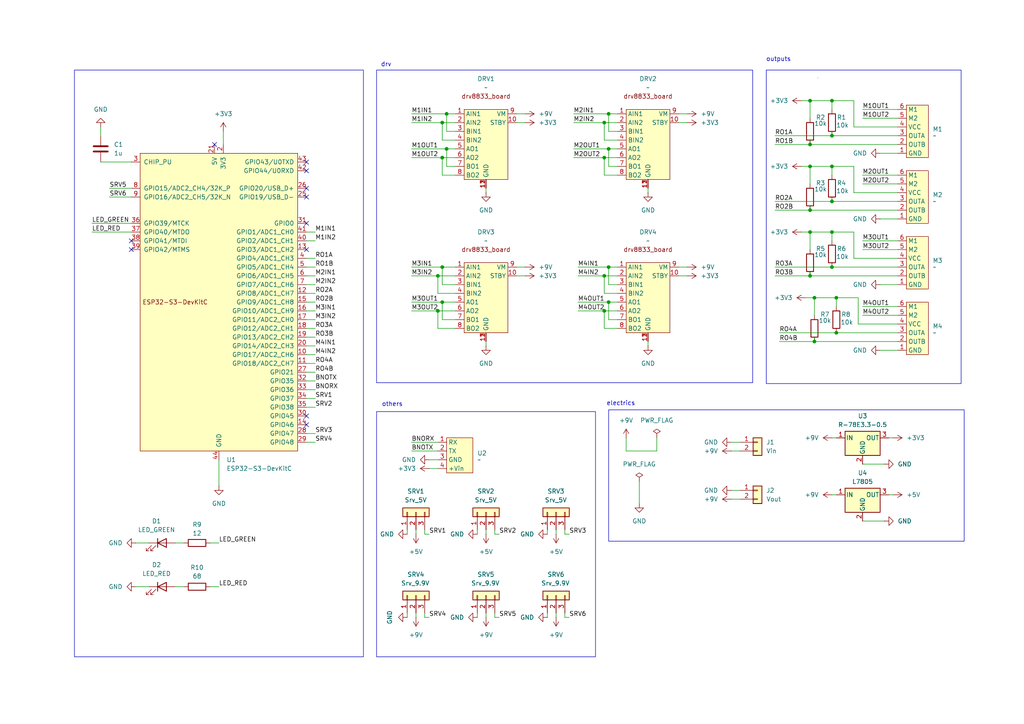
<source format=kicad_sch>
(kicad_sch (version 20231120) (generator "eeschema") (generator_version "8.0")
  (paper "A4")
  (lib_symbols
    (symbol "Connector_Generic:Conn_01x02" (pin_names (offset 1.016) hide)
      (property "Reference" "J" (at 0 2.54 0))
      (property "Value" "Conn_01x02" (at 0 -5.08 0))
      (symbol "Conn_01x02_1_1"
        (rectangle (start -1.27 -2.413) (end 0 -2.667) (stroke (width 0.1524)))
        (rectangle (start -1.27 0.127) (end 0 -0.127) (stroke (width 0.1524)))
        (rectangle (start -1.27 1.27) (end 1.27 -3.81) (stroke (width 0.254)) (fill (type background)))
        (pin passive line (at -5.08 0 0) (length 3.81) (name "Pin_1") (number "1"))
        (pin passive line (at -5.08 -2.54 0) (length 3.81) (name "Pin_2") (number "2"))
      )
    )
    (symbol "Connector_Generic:Conn_01x03" (pin_names (offset 1.016) hide)
      (property "Reference" "J" (at 0 5.08 0))
      (property "Value" "Conn_01x03" (at 0 -5.08 0))
      (symbol "Conn_01x03_1_1"
        (rectangle (start -1.27 -2.413) (end 0 -2.667) (stroke (width 0.1524)))
        (rectangle (start -1.27 0.127) (end 0 -0.127) (stroke (width 0.1524)))
        (rectangle (start -1.27 2.667) (end 0 2.413) (stroke (width 0.1524)))
        (rectangle (start -1.27 3.81) (end 1.27 -3.81) (stroke (width 0.254)) (fill (type background)))
        (pin passive line (at -5.08 2.54 0) (length 3.81) (name "Pin_1") (number "1"))
        (pin passive line (at -5.08 0 0) (length 3.81) (name "Pin_2") (number "2"))
        (pin passive line (at -5.08 -2.54 0) (length 3.81) (name "Pin_3") (number "3"))
      )
    )
    (symbol "DRV8833_1"
      (property "Reference" "DRV" (at 0 11.43 0))
      (symbol "DRV8833_1_0_0"
        (pin passive line (at -8.89 8.89 0) (length 2.54) (name "AIN1") (number "1"))
        (pin passive line (at -8.89 6.35 0) (length 2.54) (name "AIN2") (number "2"))
        (pin passive line (at -8.89 3.81 0) (length 2.54) (name "BIN1") (number "3"))
        (pin passive line (at -8.89 1.27 0) (length 2.54) (name "BIN2") (number "4"))
        (pin passive line (at -8.89 -1.27 0) (length 2.54) (name "AO1") (number "5"))
        (pin passive line (at -8.89 -3.81 0) (length 2.54) (name "AO2") (number "6"))
        (pin passive line (at -8.89 -6.35 0) (length 2.54) (name "BO1") (number "7"))
        (pin passive line (at -8.89 -8.89 0) (length 2.54) (name "BO2") (number "8"))
      )
      (symbol "DRV8833_1_1_0"
        (pin passive line (at 8.89 6.35 180) (length 2.54) (name "STBY") (number "10"))
        (pin passive line (at 0 -12.7 90) (length 2.54) (name "GND") (number "11"))
        (pin passive line (at 8.89 8.89 180) (length 2.54) (name "VM") (number "9"))
      )
      (symbol "DRV8833_1_1_1"
        (rectangle (start -6.35 10.16) (end 6.35 -10.16) (fill (type background)))
        (text "drv8833_board" (at 0 13.97 0) (effects (font (size 1.27 1.27))))
        (pin passive line (at 0 -12.7 90) (length 2.54) (name "") (number "12"))
        (pin passive line (at 0 -12.7 90) (length 2.54) (name "") (number "13"))
      )
    )
    (symbol "Device:C" (pin_numbers hide) (pin_names (offset 0.254))
      (property "Reference" "C" (at 0.635 2.54 0))
      (property "Value" "C" (at 0.635 -2.54 0))
      (symbol "C_0_1"
        (polyline (pts (xy -2.032 -0.762) (xy 2.032 -0.762)) (stroke (width 0.508)))
        (polyline (pts (xy -2.032 0.762) (xy 2.032 0.762)) (stroke (width 0.508)))
      )
      (symbol "C_1_1"
        (pin passive line (at 0 3.81 270) (length 2.794) (name "~") (number "1"))
        (pin passive line (at 0 -3.81 90) (length 2.794) (name "~") (number "2"))
      )
    )
    (symbol "Device:LED" (pin_numbers hide) (pin_names (offset 1.016) hide)
      (property "Reference" "D" (at 0 2.54 0))
      (property "Value" "LED" (at 0 -2.54 0))
      (symbol "LED_0_1"
        (polyline (pts (xy -1.27 -1.27) (xy -1.27 1.27)) (stroke (width 0.254)))
        (polyline (pts (xy -1.27 0) (xy 1.27 0)))
        (polyline (pts (xy 1.27 -1.27) (xy 1.27 1.27) (xy -1.27 0) (xy 1.27 -1.27)) (stroke (width 0.254)))
        (polyline (pts (xy -3.048 -0.762) (xy -4.572 -2.286) (xy -3.81 -2.286) (xy -4.572 -2.286) (xy -4.572 -1.524)))
        (polyline (pts (xy -1.778 -0.762) (xy -3.302 -2.286) (xy -2.54 -2.286) (xy -3.302 -2.286) (xy -3.302 -1.524)))
      )
      (symbol "LED_1_1"
        (pin passive line (at -3.81 0 0) (length 2.54) (name "K") (number "1"))
        (pin passive line (at 3.81 0 180) (length 2.54) (name "A") (number "2"))
      )
    )
    (symbol "Device:R" (pin_numbers hide) (pin_names (offset 0))
      (property "Reference" "R" (at 2.032 0 90))
      (property "Value" "R" (at 0 0 90))
      (symbol "R_0_1"
        (rectangle (start -1.016 -2.54) (end 1.016 2.54) (stroke (width 0.254)))
      )
      (symbol "R_1_1"
        (pin passive line (at 0 3.81 270) (length 1.27) (name "~") (number "1"))
        (pin passive line (at 0 -3.81 90) (length 1.27) (name "~") (number "2"))
      )
    )
    (symbol "PCM_Espressif:ESP32-S3-DevKitC" (pin_names (offset 1.016))
      (property "Reference" "U" (at -22.86 48.26 0))
      (property "Value" "ESP32-S3-DevKitC" (at -22.86 45.72 0))
      (symbol "ESP32-S3-DevKitC_0_0"
        (text "ESP32-S3-DevKitC" (at -12.7 0 0) (effects (font (size 1.27 1.27))))
        (pin bidirectional line (at 25.4 -35.56 180) (length 2.54) (name "GPIO46") (number "14"))
        (pin bidirectional line (at 25.4 -10.16 180) (length 2.54) (name "GPIO13/ADC2_CH2") (number "19"))
        (pin bidirectional line (at -25.4 15.24 0) (length 2.54) (name "GPIO42/MTMS") (number "39"))
        (pin bidirectional line (at 25.4 17.78 180) (length 2.54) (name "GPIO2/ADC1_CH1") (number "40"))
        (pin bidirectional line (at 25.4 20.32 180) (length 2.54) (name "GPIO1/ADC1_CH0") (number "41"))
        (pin bidirectional line (at 25.4 38.1 180) (length 2.54) (name "GPIO44/U0RXD") (number "42"))
        (pin bidirectional line (at 25.4 40.64 180) (length 2.54) (name "GPIO43/U0TXD") (number "43"))
        (pin power_in line (at 0 -45.72 90) (length 2.54) (name "GND") (number "44"))
      )
      (symbol "ESP32-S3-DevKitC_0_1"
        (rectangle (start -22.86 43.18) (end 22.86 -43.18) (fill (type background)))
        (pin power_in line (at 1.27 45.72 270) (length 2.54) (name "3V3") (number "2"))
      )
      (symbol "ESP32-S3-DevKitC_1_1"
        (pin passive line (at 1.27 45.72 270) (length 2.54) hide (name "3V3") (number "1"))
        (pin bidirectional line (at 25.4 -15.24 180) (length 2.54) (name "GPIO17/ADC2_CH6") (number "10"))
        (pin bidirectional line (at 25.4 -17.78 180) (length 2.54) (name "GPIO18/ADC2_CH7") (number "11"))
        (pin bidirectional line (at 25.4 2.54 180) (length 2.54) (name "GPIO8/ADC1_CH7") (number "12"))
        (pin bidirectional line (at 25.4 15.24 180) (length 2.54) (name "GPIO3/ADC1_CH2") (number "13"))
        (pin bidirectional line (at 25.4 0 180) (length 2.54) (name "GPIO9/ADC1_CH8") (number "15"))
        (pin bidirectional line (at 25.4 -2.54 180) (length 2.54) (name "GPIO10/ADC1_CH9") (number "16"))
        (pin bidirectional line (at 25.4 -5.08 180) (length 2.54) (name "GPIO11/ADC2_CH0") (number "17"))
        (pin bidirectional line (at 25.4 -7.62 180) (length 2.54) (name "GPIO12/ADC2_CH1") (number "18"))
        (pin bidirectional line (at 25.4 -12.7 180) (length 2.54) (name "GPIO14/ADC2_CH3") (number "20"))
        (pin power_in line (at -1.27 45.72 270) (length 2.54) (name "5V") (number "21"))
        (pin passive line (at 0 -45.72 90) (length 2.54) hide (name "GND") (number "22"))
        (pin passive line (at 0 -45.72 90) (length 2.54) hide (name "GND") (number "23"))
        (pin passive line (at 0 -45.72 90) (length 2.54) hide (name "GND") (number "24"))
        (pin bidirectional line (at 25.4 30.48 180) (length 2.54) (name "GPIO19/USB_D-") (number "25"))
        (pin bidirectional line (at 25.4 33.02 180) (length 2.54) (name "GPIO20/USB_D+") (number "26"))
        (pin bidirectional line (at 25.4 -20.32 180) (length 2.54) (name "GPIO21") (number "27"))
        (pin bidirectional line (at 25.4 -38.1 180) (length 2.54) (name "GPIO47") (number "28"))
        (pin bidirectional line (at 25.4 -40.64 180) (length 2.54) (name "GPIO48") (number "29"))
        (pin input line (at -25.4 40.64 0) (length 2.54) (name "CHIP_PU") (number "3"))
        (pin bidirectional line (at 25.4 -33.02 180) (length 2.54) (name "GPIO45") (number "30"))
        (pin bidirectional line (at 25.4 22.86 180) (length 2.54) (name "GPIO0") (number "31"))
        (pin bidirectional line (at 25.4 -22.86 180) (length 2.54) (name "GPIO35") (number "32"))
        (pin bidirectional line (at 25.4 -25.4 180) (length 2.54) (name "GPIO36") (number "33"))
        (pin bidirectional line (at 25.4 -27.94 180) (length 2.54) (name "GPIO37") (number "34"))
        (pin bidirectional line (at 25.4 -30.48 180) (length 2.54) (name "GPIO38") (number "35"))
        (pin bidirectional line (at -25.4 22.86 0) (length 2.54) (name "GPIO39/MTCK") (number "36"))
        (pin bidirectional line (at -25.4 20.32 0) (length 2.54) (name "GPIO40/MTDO") (number "37"))
        (pin bidirectional line (at -25.4 17.78 0) (length 2.54) (name "GPIO41/MTDI") (number "38"))
        (pin bidirectional line (at 25.4 12.7 180) (length 2.54) (name "GPIO4/ADC1_CH3") (number "4"))
        (pin bidirectional line (at 25.4 10.16 180) (length 2.54) (name "GPIO5/ADC1_CH4") (number "5"))
        (pin bidirectional line (at 25.4 7.62 180) (length 2.54) (name "GPIO6/ADC1_CH5") (number "6"))
        (pin bidirectional line (at 25.4 5.08 180) (length 2.54) (name "GPIO7/ADC1_CH6") (number "7"))
        (pin bidirectional line (at -25.4 33.02 0) (length 2.54) (name "GPIO15/ADC2_CH4/32K_P") (number "8"))
        (pin bidirectional line (at -25.4 30.48 0) (length 2.54) (name "GPIO16/ADC2_CH5/32K_N") (number "9"))
      )
    )
    (symbol "Regulator_Linear:L7805" (pin_names (offset 0.254))
      (property "Reference" "U" (at -3.81 3.175 0))
      (property "Value" "L7805" (at 0 3.175 0))
      (symbol "L7805_0_1"
        (rectangle (start -5.08 1.905) (end 5.08 -5.08) (stroke (width 0.254)) (fill (type background)))
      )
      (symbol "L7805_1_1"
        (pin power_in line (at -7.62 0 0) (length 2.54) (name "IN") (number "1"))
        (pin power_in line (at 0 -7.62 90) (length 2.54) (name "GND") (number "2"))
        (pin power_out line (at 7.62 0 180) (length 2.54) (name "OUT") (number "3"))
      )
    )
    (symbol "Regulator_Switching:R-78E3.3-0.5" (pin_names (offset 0.254))
      (property "Reference" "U" (at -3.81 3.175 0))
      (property "Value" "R-78E3.3-0.5" (at 0 3.175 0))
      (symbol "R-78E3.3-0.5_0_1"
        (rectangle (start -5.08 1.905) (end 5.08 -5.08) (stroke (width 0.254)) (fill (type background)))
      )
      (symbol "R-78E3.3-0.5_1_1"
        (pin power_in line (at -7.62 0 0) (length 2.54) (name "IN") (number "1"))
        (pin power_in line (at 0 -7.62 90) (length 2.54) (name "GND") (number "2"))
        (pin power_out line (at 7.62 0 180) (length 2.54) (name "OUT") (number "3"))
      )
    )
    (symbol "my_library:DRV8833"
      (property "Reference" "DRV" (at 0 11.43 0))
      (symbol "DRV8833_0_0"
        (pin passive line (at -8.89 8.89 0) (length 2.54) (name "AIN1") (number "1"))
        (pin passive line (at -8.89 6.35 0) (length 2.54) (name "AIN2") (number "2"))
        (pin passive line (at -8.89 3.81 0) (length 2.54) (name "BIN1") (number "3"))
        (pin passive line (at -8.89 1.27 0) (length 2.54) (name "BIN2") (number "4"))
        (pin passive line (at -8.89 -1.27 0) (length 2.54) (name "AO1") (number "5"))
        (pin passive line (at -8.89 -3.81 0) (length 2.54) (name "AO2") (number "6"))
        (pin passive line (at -8.89 -6.35 0) (length 2.54) (name "BO1") (number "7"))
        (pin passive line (at -8.89 -8.89 0) (length 2.54) (name "BO2") (number "8"))
      )
      (symbol "DRV8833_1_0"
        (pin passive line (at 8.89 6.35 180) (length 2.54) (name "STBY") (number "10"))
        (pin passive line (at 0 -12.7 90) (length 2.54) (name "GND") (number "11"))
        (pin passive line (at 8.89 8.89 180) (length 2.54) (name "VM") (number "9"))
      )
      (symbol "DRV8833_1_1"
        (rectangle (start -6.35 10.16) (end 6.35 -10.16) (fill (type background)))
        (text "drv8833_board" (at 0 13.97 0) (effects (font (size 1.27 1.27))))
        (pin passive line (at 0 -12.7 90) (length 2.54) (name "") (number "12"))
        (pin passive line (at 0 -12.7 90) (length 2.54) (name "") (number "13"))
      )
    )
    (symbol "my_library:bno055_board"
      (property "Reference" "BNO055" (at -0.254 6.604 0))
      (symbol "bno055_board_1_1"
        (rectangle (start -3.81 5.08) (end 3.81 -5.08) (fill (type background)))
        (pin passive line (at -6.35 3.81 0) (length 2.54) (name "RX") (number "1"))
        (pin passive line (at -6.35 1.27 0) (length 2.54) (name "TX") (number "2"))
        (pin passive line (at -6.35 -1.27 0) (length 2.54) (name "GND") (number "3"))
        (pin passive line (at -6.35 -3.81 0) (length 2.54) (name "+Vin") (number "4"))
      )
    )
    (symbol "my_library:eh_conn"
      (property "Reference" "J" (at -0.254 9.906 0))
      (symbol "eh_conn_1_0"
        (pin passive line (at -5.08 -6.35 0) (length 2.54) (name "GND") (number "1"))
        (pin passive line (at -5.08 -3.81 0) (length 2.54) (name "OUTB") (number "2"))
        (pin passive line (at -5.08 -1.27 0) (length 2.54) (name "OUTA") (number "3"))
        (pin passive line (at -5.08 1.27 0) (length 2.54) (name "VCC") (number "4"))
        (pin passive line (at -5.08 3.81 0) (length 2.54) (name "M2") (number "5"))
        (pin passive line (at -5.08 6.35 0) (length 2.54) (name "M1") (number "6"))
      )
      (symbol "eh_conn_1_1"
        (rectangle (start -2.54 7.62) (end 3.81 -7.62) (fill (type background)))
      )
    )
    (symbol "power:+3V3" (power) (pin_numbers hide) (pin_names (offset 0) hide)
      (property "Value" "+3V3" (at 0 3.556 0))
      (symbol "+3V3_0_1"
        (polyline (pts (xy -0.762 1.27) (xy 0 2.54)))
        (polyline (pts (xy 0 0) (xy 0 2.54)))
        (polyline (pts (xy 0 2.54) (xy 0.762 1.27)))
      )
      (symbol "+3V3_1_1"
        (pin power_in line (at 0 0 90) (length 0) (name "~") (number "1"))
      )
    )
    (symbol "power:+5V" (power) (pin_numbers hide) (pin_names (offset 0) hide)
      (property "Value" "+5V" (at 0 3.556 0))
      (symbol "+5V_0_1"
        (polyline (pts (xy -0.762 1.27) (xy 0 2.54)))
        (polyline (pts (xy 0 0) (xy 0 2.54)))
        (polyline (pts (xy 0 2.54) (xy 0.762 1.27)))
      )
      (symbol "+5V_1_1"
        (pin power_in line (at 0 0 90) (length 0) (name "~") (number "1"))
      )
    )
    (symbol "power:+9V" (power) (pin_numbers hide) (pin_names (offset 0) hide)
      (property "Value" "+9V" (at 0 3.556 0))
      (symbol "+9V_0_1"
        (polyline (pts (xy -0.762 1.27) (xy 0 2.54)))
        (polyline (pts (xy 0 0) (xy 0 2.54)))
        (polyline (pts (xy 0 2.54) (xy 0.762 1.27)))
      )
      (symbol "+9V_1_1"
        (pin power_in line (at 0 0 90) (length 0) (name "~") (number "1"))
      )
    )
    (symbol "power:GND" (power) (pin_numbers hide) (pin_names (offset 0) hide)
      (property "Value" "GND" (at 0 -3.81 0))
      (symbol "GND_0_1"
        (polyline (pts (xy 0 0) (xy 0 -1.27) (xy 1.27 -1.27) (xy 0 -2.54) (xy -1.27 -1.27) (xy 0 -1.27)))
      )
      (symbol "GND_1_1"
        (pin power_in line (at 0 0 270) (length 0) (name "~") (number "1"))
      )
    )
    (symbol "power:PWR_FLAG" (power) (pin_numbers hide) (pin_names (offset 0) hide)
      (property "Value" "PWR_FLAG" (at 0 3.81 0))
      (symbol "PWR_FLAG_0_0"
        (pin power_out line (at 0 0 90) (length 0) (name "~") (number "1"))
      )
      (symbol "PWR_FLAG_0_1"
        (polyline (pts (xy 0 0) (xy 0 1.27) (xy -1.016 1.905) (xy 0 2.54) (xy 1.016 1.905) (xy 0 1.27)))
      )
    )
  )
  (junction (at 129.54 33.02))
  (junction (at 128.27 45.72))
  (junction (at 236.22 86.36))
  (junction (at 234.95 67.31))
  (junction (at 241.3 39.37))
  (junction (at 128.27 87.63))
  (junction (at 241.3 77.47))
  (junction (at 234.95 29.21))
  (junction (at 129.54 43.18))
  (junction (at 127 90.17))
  (junction (at 176.53 33.02))
  (junction (at 234.95 48.26))
  (junction (at 175.26 90.17))
  (junction (at 242.57 96.52))
  (junction (at 241.3 29.21))
  (junction (at 127 80.01))
  (junction (at 176.53 87.63))
  (junction (at 242.57 86.36))
  (junction (at 236.22 99.06))
  (junction (at 241.3 48.26))
  (junction (at 176.53 77.47))
  (junction (at 176.53 43.18))
  (junction (at 128.27 77.47))
  (junction (at 234.95 80.01))
  (junction (at 241.3 58.42))
  (junction (at 241.3 67.31))
  (junction (at 175.26 45.72))
  (junction (at 234.95 60.96))
  (junction (at 175.26 35.56))
  (junction (at 175.26 80.01))
  (junction (at 128.27 35.56))
  (junction (at 234.95 41.91))
  (no_connect (at 88.9 123.19))
  (no_connect (at 38.1 72.39))
  (no_connect (at 88.9 46.99))
  (no_connect (at 88.9 57.15))
  (no_connect (at 88.9 54.61))
  (no_connect (at 38.1 69.85))
  (no_connect (at 88.9 49.53))
  (no_connect (at 88.9 64.77))
  (no_connect (at 88.9 120.65))
  (no_connect (at 88.9 72.39))
  (no_connect (at 62.23 41.91))
  (wire (pts (xy 88.9 100.33) (xy 91.44 100.33)))
  (wire (pts (xy 149.86 35.56) (xy 152.4 35.56)))
  (wire (pts (xy 255.27 101.6) (xy 260.35 101.6)))
  (wire (pts (xy 118.11 153.67) (xy 118.11 154.94)))
  (wire (pts (xy 181.61 130.81) (xy 190.5 130.81)))
  (wire (pts (xy 179.07 77.47) (xy 176.53 77.47)))
  (wire (pts (xy 143.51 177.8) (xy 143.51 179.07)))
  (wire (pts (xy 175.26 90.17) (xy 175.26 95.25)))
  (wire (pts (xy 232.41 29.21) (xy 234.95 29.21)))
  (wire (pts (xy 60.96 157.48) (xy 63.5 157.48)))
  (wire (pts (xy 119.38 87.63) (xy 128.27 87.63)))
  (wire (pts (xy 250.19 134.62) (xy 256.54 134.62)))
  (wire (pts (xy 60.96 170.18) (xy 63.5 170.18)))
  (wire (pts (xy 149.86 77.47) (xy 152.4 77.47)))
  (wire (pts (xy 88.9 77.47) (xy 91.44 77.47)))
  (wire (pts (xy 255.27 44.45) (xy 260.35 44.45)))
  (wire (pts (xy 88.9 69.85) (xy 91.44 69.85)))
  (wire (pts (xy 167.64 80.01) (xy 175.26 80.01)))
  (wire (pts (xy 250.19 151.13) (xy 256.54 151.13)))
  (wire (pts (xy 31.75 54.61) (xy 38.1 54.61)))
  (wire (pts (xy 250.19 34.29) (xy 260.35 34.29)))
  (wire (pts (xy 128.27 77.47) (xy 128.27 82.55)))
  (wire (pts (xy 241.3 48.26) (xy 241.3 50.8)))
  (wire (pts (xy 39.37 170.18) (xy 43.18 170.18)))
  (wire (pts (xy 176.53 38.1) (xy 179.07 38.1)))
  (wire (pts (xy 64.77 38.1) (xy 64.77 41.91)))
  (wire (pts (xy 140.97 99.06) (xy 140.97 100.33)))
  (wire (pts (xy 88.9 118.11) (xy 91.44 118.11)))
  (wire (pts (xy 88.9 74.93) (xy 91.44 74.93)))
  (wire (pts (xy 234.95 60.96) (xy 260.35 60.96)))
  (wire (pts (xy 129.54 33.02) (xy 129.54 38.1)))
  (wire (pts (xy 129.54 43.18) (xy 129.54 48.26)))
  (wire (pts (xy 128.27 82.55) (xy 132.08 82.55)))
  (wire (pts (xy 128.27 35.56) (xy 128.27 40.64)))
  (wire (pts (xy 128.27 77.47) (xy 132.08 77.47)))
  (wire (pts (xy 132.08 43.18) (xy 129.54 43.18)))
  (wire (pts (xy 247.65 36.83) (xy 247.65 29.21)))
  (wire (pts (xy 232.41 67.31) (xy 234.95 67.31)))
  (wire (pts (xy 179.07 80.01) (xy 175.26 80.01)))
  (wire (pts (xy 190.5 130.81) (xy 190.5 127)))
  (wire (pts (xy 123.19 179.07) (xy 124.46 179.07)))
  (wire (pts (xy 26.67 64.77) (xy 38.1 64.77)))
  (wire (pts (xy 241.3 143.51) (xy 242.57 143.51)))
  (wire (pts (xy 234.95 78.74) (xy 234.95 80.01)))
  (wire (pts (xy 163.83 177.8) (xy 163.83 179.07)))
  (wire (pts (xy 250.19 88.9) (xy 260.35 88.9)))
  (wire (pts (xy 29.21 36.83) (xy 29.21 39.37)))
  (wire (pts (xy 119.38 35.56) (xy 128.27 35.56)))
  (wire (pts (xy 234.95 48.26) (xy 241.3 48.26)))
  (wire (pts (xy 234.95 67.31) (xy 241.3 67.31)))
  (wire (pts (xy 196.85 80.01) (xy 199.39 80.01)))
  (wire (pts (xy 88.9 128.27) (xy 91.44 128.27)))
  (wire (pts (xy 196.85 77.47) (xy 199.39 77.47)))
  (wire (pts (xy 119.38 33.02) (xy 129.54 33.02)))
  (wire (pts (xy 224.79 58.42) (xy 241.3 58.42)))
  (wire (pts (xy 241.3 39.37) (xy 260.35 39.37)))
  (wire (pts (xy 176.53 87.63) (xy 176.53 92.71)))
  (wire (pts (xy 242.57 86.36) (xy 242.57 88.9)))
  (wire (pts (xy 247.65 55.88) (xy 260.35 55.88)))
  (wire (pts (xy 166.37 35.56) (xy 175.26 35.56)))
  (wire (pts (xy 163.83 153.67) (xy 163.83 154.94)))
  (wire (pts (xy 250.19 72.39) (xy 260.35 72.39)))
  (wire (pts (xy 88.9 113.03) (xy 91.44 113.03)))
  (wire (pts (xy 50.8 170.18) (xy 53.34 170.18)))
  (wire (pts (xy 128.27 40.64) (xy 132.08 40.64)))
  (wire (pts (xy 179.07 87.63) (xy 176.53 87.63)))
  (wire (pts (xy 132.08 35.56) (xy 128.27 35.56)))
  (wire (pts (xy 140.97 54.61) (xy 140.97 55.88)))
  (wire (pts (xy 127 85.09) (xy 132.08 85.09)))
  (wire (pts (xy 234.95 29.21) (xy 234.95 34.29)))
  (wire (pts (xy 242.57 96.52) (xy 260.35 96.52)))
  (wire (pts (xy 175.26 35.56) (xy 175.26 40.64)))
  (wire (pts (xy 149.86 80.01) (xy 152.4 80.01)))
  (wire (pts (xy 128.27 50.8) (xy 132.08 50.8)))
  (wire (pts (xy 196.85 33.02) (xy 199.39 33.02)))
  (wire (pts (xy 175.26 50.8) (xy 179.07 50.8)))
  (wire (pts (xy 140.97 153.67) (xy 140.97 154.94)))
  (wire (pts (xy 128.27 45.72) (xy 128.27 50.8)))
  (wire (pts (xy 176.53 33.02) (xy 176.53 38.1)))
  (wire (pts (xy 247.65 74.93) (xy 247.65 67.31)))
  (wire (pts (xy 88.9 125.73) (xy 91.44 125.73)))
  (wire (pts (xy 212.09 130.81) (xy 214.63 130.81)))
  (wire (pts (xy 88.9 110.49) (xy 91.44 110.49)))
  (wire (pts (xy 181.61 127) (xy 181.61 130.81)))
  (wire (pts (xy 241.3 67.31) (xy 241.3 69.85)))
  (wire (pts (xy 176.53 43.18) (xy 176.53 48.26)))
  (wire (pts (xy 224.79 39.37) (xy 241.3 39.37)))
  (wire (pts (xy 88.9 115.57) (xy 91.44 115.57)))
  (wire (pts (xy 212.09 144.78) (xy 214.63 144.78)))
  (wire (pts (xy 63.5 133.35) (xy 63.5 140.97)))
  (wire (pts (xy 226.06 96.52) (xy 242.57 96.52)))
  (wire (pts (xy 132.08 87.63) (xy 128.27 87.63)))
  (wire (pts (xy 132.08 33.02) (xy 129.54 33.02)))
  (wire (pts (xy 128.27 92.71) (xy 132.08 92.71)))
  (wire (pts (xy 123.19 154.94) (xy 124.46 154.94)))
  (wire (pts (xy 234.95 80.01) (xy 260.35 80.01)))
  (wire (pts (xy 163.83 154.94) (xy 165.1 154.94)))
  (wire (pts (xy 257.81 127) (xy 259.08 127)))
  (wire (pts (xy 175.26 85.09) (xy 179.07 85.09)))
  (wire (pts (xy 224.79 60.96) (xy 234.95 60.96)))
  (wire (pts (xy 175.26 35.56) (xy 179.07 35.56)))
  (wire (pts (xy 163.83 179.07) (xy 165.1 179.07)))
  (wire (pts (xy 241.3 29.21) (xy 247.65 29.21)))
  (wire (pts (xy 236.22 97.79) (xy 236.22 99.06)))
  (wire (pts (xy 88.9 95.25) (xy 91.44 95.25)))
  (wire (pts (xy 88.9 90.17) (xy 91.44 90.17)))
  (wire (pts (xy 88.9 80.01) (xy 91.44 80.01)))
  (wire (pts (xy 166.37 33.02) (xy 176.53 33.02)))
  (wire (pts (xy 158.75 177.8) (xy 158.75 179.07)))
  (wire (pts (xy 176.53 92.71) (xy 179.07 92.71)))
  (wire (pts (xy 224.79 77.47) (xy 241.3 77.47)))
  (wire (pts (xy 119.38 128.27) (xy 127 128.27)))
  (wire (pts (xy 88.9 97.79) (xy 91.44 97.79)))
  (wire (pts (xy 158.75 153.67) (xy 158.75 154.94)))
  (wire (pts (xy 248.92 93.98) (xy 248.92 86.36)))
  (wire (pts (xy 140.97 177.8) (xy 140.97 179.07)))
  (wire (pts (xy 241.3 29.21) (xy 241.3 31.75)))
  (wire (pts (xy 212.09 142.24) (xy 214.63 142.24)))
  (wire (pts (xy 234.95 67.31) (xy 234.95 72.39)))
  (wire (pts (xy 234.95 40.64) (xy 234.95 41.91)))
  (wire (pts (xy 167.64 77.47) (xy 176.53 77.47)))
  (wire (pts (xy 129.54 48.26) (xy 132.08 48.26)))
  (wire (pts (xy 234.95 29.21) (xy 241.3 29.21)))
  (wire (pts (xy 88.9 67.31) (xy 91.44 67.31)))
  (wire (pts (xy 132.08 45.72) (xy 128.27 45.72)))
  (wire (pts (xy 241.3 77.47) (xy 260.35 77.47)))
  (wire (pts (xy 236.22 99.06) (xy 260.35 99.06)))
  (wire (pts (xy 39.37 157.48) (xy 43.18 157.48)))
  (wire (pts (xy 212.09 128.27) (xy 214.63 128.27)))
  (wire (pts (xy 241.3 67.31) (xy 247.65 67.31)))
  (wire (pts (xy 167.64 90.17) (xy 175.26 90.17)))
  (wire (pts (xy 179.07 43.18) (xy 176.53 43.18)))
  (wire (pts (xy 88.9 82.55) (xy 91.44 82.55)))
  (wire (pts (xy 250.19 69.85) (xy 260.35 69.85)))
  (wire (pts (xy 255.27 82.55) (xy 260.35 82.55)))
  (wire (pts (xy 250.19 91.44) (xy 260.35 91.44)))
  (wire (pts (xy 255.27 63.5) (xy 260.35 63.5)))
  (wire (pts (xy 132.08 80.01) (xy 127 80.01)))
  (wire (pts (xy 179.07 45.72) (xy 175.26 45.72)))
  (wire (pts (xy 88.9 105.41) (xy 91.44 105.41)))
  (wire (pts (xy 88.9 87.63) (xy 91.44 87.63)))
  (wire (pts (xy 119.38 43.18) (xy 129.54 43.18)))
  (wire (pts (xy 132.08 90.17) (xy 127 90.17)))
  (wire (pts (xy 241.3 127) (xy 242.57 127)))
  (wire (pts (xy 138.43 153.67) (xy 138.43 154.94)))
  (wire (pts (xy 123.19 177.8) (xy 123.19 179.07)))
  (wire (pts (xy 127 95.25) (xy 132.08 95.25)))
  (wire (pts (xy 118.11 177.8) (xy 118.11 179.07)))
  (wire (pts (xy 119.38 77.47) (xy 128.27 77.47)))
  (wire (pts (xy 250.19 50.8) (xy 260.35 50.8)))
  (wire (pts (xy 187.96 54.61) (xy 187.96 55.88)))
  (wire (pts (xy 175.26 80.01) (xy 175.26 85.09)))
  (wire (pts (xy 176.53 48.26) (xy 179.07 48.26)))
  (wire (pts (xy 88.9 92.71) (xy 91.44 92.71)))
  (wire (pts (xy 143.51 154.94) (xy 144.78 154.94)))
  (wire (pts (xy 119.38 90.17) (xy 127 90.17)))
  (wire (pts (xy 161.29 177.8) (xy 161.29 179.07)))
  (wire (pts (xy 248.92 93.98) (xy 260.35 93.98)))
  (wire (pts (xy 128.27 87.63) (xy 128.27 92.71)))
  (wire (pts (xy 88.9 102.87) (xy 91.44 102.87)))
  (wire (pts (xy 161.29 153.67) (xy 161.29 154.94)))
  (wire (pts (xy 242.57 86.36) (xy 248.92 86.36)))
  (wire (pts (xy 129.54 38.1) (xy 132.08 38.1)))
  (wire (pts (xy 88.9 85.09) (xy 91.44 85.09)))
  (wire (pts (xy 224.79 80.01) (xy 234.95 80.01)))
  (wire (pts (xy 167.64 87.63) (xy 176.53 87.63)))
  (wire (pts (xy 187.96 99.06) (xy 187.96 100.33)))
  (wire (pts (xy 224.79 41.91) (xy 234.95 41.91)))
  (wire (pts (xy 26.67 67.31) (xy 38.1 67.31)))
  (wire (pts (xy 138.43 177.8) (xy 138.43 179.07)))
  (wire (pts (xy 250.19 53.34) (xy 260.35 53.34)))
  (wire (pts (xy 123.19 153.67) (xy 123.19 154.94)))
  (wire (pts (xy 226.06 99.06) (xy 236.22 99.06)))
  (wire (pts (xy 236.22 86.36) (xy 236.22 91.44)))
  (wire (pts (xy 247.65 74.93) (xy 260.35 74.93)))
  (wire (pts (xy 127 90.17) (xy 127 95.25)))
  (wire (pts (xy 257.81 143.51) (xy 259.08 143.51)))
  (wire (pts (xy 232.41 48.26) (xy 234.95 48.26)))
  (wire (pts (xy 233.68 86.36) (xy 236.22 86.36)))
  (wire (pts (xy 120.65 153.67) (xy 120.65 154.94)))
  (wire (pts (xy 149.86 33.02) (xy 152.4 33.02)))
  (wire (pts (xy 88.9 107.95) (xy 91.44 107.95)))
  (wire (pts (xy 250.19 31.75) (xy 260.35 31.75)))
  (wire (pts (xy 31.75 57.15) (xy 38.1 57.15)))
  (wire (pts (xy 50.8 157.48) (xy 53.34 157.48)))
  (wire (pts (xy 124.46 135.89) (xy 127 135.89)))
  (wire (pts (xy 119.38 130.81) (xy 127 130.81)))
  (wire (pts (xy 143.51 179.07) (xy 144.78 179.07)))
  (wire (pts (xy 119.38 80.01) (xy 127 80.01)))
  (wire (pts (xy 247.65 55.88) (xy 247.65 48.26)))
  (wire (pts (xy 185.42 139.7) (xy 185.42 146.05)))
  (wire (pts (xy 143.51 153.67) (xy 143.51 154.94)))
  (wire (pts (xy 241.3 58.42) (xy 260.35 58.42)))
  (wire (pts (xy 120.65 177.8) (xy 120.65 179.07)))
  (wire (pts (xy 119.38 45.72) (xy 128.27 45.72)))
  (wire (pts (xy 234.95 48.26) (xy 234.95 53.34)))
  (wire (pts (xy 175.26 95.25) (xy 179.07 95.25)))
  (wire (pts (xy 127 80.01) (xy 127 85.09)))
  (wire (pts (xy 196.85 35.56) (xy 199.39 35.56)))
  (wire (pts (xy 179.07 90.17) (xy 175.26 90.17)))
  (wire (pts (xy 236.22 86.36) (xy 242.57 86.36)))
  (wire (pts (xy 176.53 77.47) (xy 176.53 82.55)))
  (wire (pts (xy 29.21 46.99) (xy 38.1 46.99)))
  (wire (pts (xy 241.3 48.26) (xy 247.65 48.26)))
  (wire (pts (xy 175.26 45.72) (xy 175.26 50.8)))
  (wire (pts (xy 247.65 36.83) (xy 260.35 36.83)))
  (wire (pts (xy 166.37 43.18) (xy 176.53 43.18)))
  (wire (pts (xy 175.26 40.64) (xy 179.07 40.64)))
  (wire (pts (xy 234.95 59.69) (xy 234.95 60.96)))
  (wire (pts (xy 176.53 33.02) (xy 179.07 33.02)))
  (wire (pts (xy 124.46 133.35) (xy 127 133.35)))
  (wire (pts (xy 166.37 45.72) (xy 175.26 45.72)))
  (wire (pts (xy 234.95 41.91) (xy 260.35 41.91)))
  (wire (pts (xy 176.53 82.55) (xy 179.07 82.55)))
  (rectangle (start 176.53 118.872) (end 279.654 156.972))
  (rectangle (start 21.59 20.32) (end 105.41 190.5))
  (rectangle (start 109.22 119.38) (end 172.72 190.5))
  (rectangle (start 237.236 22.606) (end 237.236 22.606))
  (rectangle (start 222.25 20.32) (end 278.765 111.252))
  (rectangle (start 109.22 20.32) (end 218.313 110.998))
  (text "outputs" (at 225.806 17.272 0) (effects (font (size 1.27 1.27))))
  (text "drv" (exclude_from_sim yes) (at 112.014 18.796 0) (effects (font (size 1.27 1.27))))
  (text "others" (at 113.792 117.348 0) (effects (font (size 1.27 1.27))))
  (text "electrics" (at 180.086 117.094 0) (effects (font (size 1.27 1.27))))
  (label "RO3B" (at 91.44 97.79 0))
  (label "M1OUT2" (at 250.19 34.29 0))
  (label "M3IN2" (at 91.44 92.71 0))
  (label "M1IN1" (at 119.38 33.02 0))
  (label "M1IN1" (at 91.44 67.31 0))
  (label "SRV3" (at 91.44 125.73 0))
  (label "M4IN2" (at 91.44 102.87 0))
  (label "SRV2" (at 144.78 154.94 0))
  (label "M3IN2" (at 119.38 80.01 0))
  (label "SRV1" (at 91.44 115.57 0))
  (label "SRV2" (at 91.44 118.11 0))
  (label "SRV3" (at 165.1 154.94 0))
  (label "RO2B" (at 224.79 60.96 0))
  (label "RO1B" (at 224.79 41.91 0))
  (label "M3IN1" (at 91.44 90.17 0))
  (label "M2OUT1" (at 250.19 50.8 0))
  (label "M2IN2" (at 91.44 82.55 0))
  (label "LED_RED" (at 26.67 67.31 0))
  (label "M2OUT1" (at 166.37 43.18 0))
  (label "M4OUT1" (at 250.19 88.9 0))
  (label "SRV6" (at 165.1 179.07 0))
  (label "M4IN2" (at 167.64 80.01 0))
  (label "M3OUT2" (at 119.38 90.17 0))
  (label "M1OUT1" (at 250.19 31.75 0))
  (label "RO1A" (at 224.79 39.37 0))
  (label "BNOTX" (at 119.38 130.81 0))
  (label "M4OUT2" (at 167.64 90.17 0))
  (label "M1IN2" (at 91.44 69.85 0))
  (label "RO4A" (at 91.44 105.41 0))
  (label "M4OUT2" (at 250.19 91.44 0))
  (label "M4IN1" (at 91.44 100.33 0))
  (label "M2OUT2" (at 250.19 53.34 0))
  (label "SRV4" (at 91.44 128.27 0))
  (label "RO4A" (at 226.06 96.52 0))
  (label "M4IN1" (at 167.64 77.47 0))
  (label "RO3A" (at 91.44 95.25 0))
  (label "RO3A" (at 224.79 77.47 0))
  (label "M3OUT1" (at 119.38 87.63 0))
  (label "LED_GREEN" (at 26.67 64.77 0))
  (label "SRV5" (at 31.75 54.61 0))
  (label "M2IN1" (at 91.44 80.01 0))
  (label "M1OUT1" (at 119.38 43.18 0))
  (label "M1IN2" (at 119.38 35.56 0))
  (label "M3OUT2" (at 250.19 72.39 0))
  (label "RO3B" (at 224.79 80.01 0))
  (label "BNORX" (at 91.44 113.03 0))
  (label "RO2A" (at 91.44 85.09 0))
  (label "M2OUT2" (at 166.37 45.72 0))
  (label "SRV6" (at 31.75 57.15 0))
  (label "RO2A" (at 224.79 58.42 0))
  (label "M3IN1" (at 119.38 77.47 0))
  (label "LED_GREEN" (at 63.5 157.48 0))
  (label "SRV4" (at 124.46 179.07 0))
  (label "SRV5" (at 144.78 179.07 0))
  (label "RO2B" (at 91.44 87.63 0))
  (label "RO1B" (at 91.44 77.47 0))
  (label "LED_RED" (at 63.5 170.18 0))
  (label "M4OUT1" (at 167.64 87.63 0))
  (label "BNOTX" (at 91.44 110.49 0))
  (label "M2IN1" (at 166.37 33.02 0))
  (label "SRV1" (at 124.46 154.94 0))
  (label "M1OUT2" (at 119.38 45.72 0))
  (label "BNORX" (at 119.38 128.27 0))
  (label "RO1A" (at 91.44 74.93 0))
  (label "RO4B" (at 91.44 107.95 0))
  (label "M2IN2" (at 166.37 35.56 0))
  (label "M3OUT1" (at 250.19 69.85 0))
  (label "RO4B" (at 226.06 99.06 0))
  (symbol (lib_id "power:GND") (at 138.43 154.94 270) (unit 1)
    (property "Reference" "#PWR036" (effects (hide yes)))
    (property "Value" "GND" (at 134.62 154.9399 90) (effects (justify right)))
    (property "Description" "Power symbol creates a global label with name \"GND\" , ground" (effects (hide yes)))
  )
  (symbol (lib_id "power:+3V3") (at 233.68 86.36 90) (unit 1)
    (property "Reference" "#PWR032" (effects (hide yes)))
    (property "Value" "+3V3" (at 229.87 86.3599 90) (effects (justify left)))
    (property "Description" "Power symbol creates a global label with name \"+3V3\"" (effects (hide yes)))
  )
  (symbol (lib_id "Device:R") (at 242.57 92.71 180) (unit 1)
    (property "Reference" "R8" (at 245.364 91.186 0))
    (property "Value" "10k" (at 245.618 93.472 0))
    (property "Footprint" "Resistor_THT:R_Axial_DIN0204_L3.6mm_D1.6mm_P5.08mm_Horizontal" (effects (hide yes)))
    (property "Description" "Resistor" (effects (hide yes)))
  )
  (symbol (lib_id "my_library:eh_conn") (at 265.43 76.2 0) (unit 1)
    (property "Reference" "M3" (at 270.51 75.5649 0) (effects (justify left)))
    (property "Value" "~" (at 270.51 77.47 0) (effects (justify left)))
    (property "Footprint" "Connector_JST:JST_EH_B6B-EH-A_1x06_P2.50mm_Vertical" (effects (hide yes)))
  )
  (symbol (lib_id "power:GND") (at 256.54 134.62 90) (unit 1)
    (property "Reference" "#PWR04" (effects (hide yes)))
    (property "Value" "GND" (at 260.35 134.6199 90) (effects (justify right)))
    (property "Description" "Power symbol creates a global label with name \"GND\" , ground" (effects (hide yes)))
  )
  (symbol (lib_id "power:+9V") (at 181.61 127 0) (unit 1)
    (property "Reference" "#PWR02" (effects (hide yes)))
    (property "Value" "+9V" (at 181.61 121.92 0))
    (property "Description" "Power symbol creates a global label with name \"+9V\"" (effects (hide yes)))
  )
  (symbol (lib_id "power:+5V") (at 161.29 154.94 180) (unit 1)
    (property "Reference" "#PWR046" (effects (hide yes)))
    (property "Value" "+5V" (at 161.29 160.02 0))
    (property "Description" "Power symbol creates a global label with name \"+5V\"" (effects (hide yes)))
  )
  (symbol (lib_id "power:GND") (at 140.97 100.33 0) (unit 1)
    (property "Reference" "#PWR023" (effects (hide yes)))
    (property "Value" "GND" (at 140.97 105.41 0))
    (property "Description" "Power symbol creates a global label with name \"GND\" , ground" (effects (hide yes)))
  )
  (symbol (lib_id "Connector_Generic:Conn_01x03") (at 120.65 148.59 90) (unit 1)
    (property "Reference" "SRV1" (at 118.11 142.494 90) (effects (justify right)))
    (property "Value" "Srv_5V" (at 117.348 145.034 90) (effects (justify right)))
    (property "Footprint" "Connector_PinHeader_1.27mm:PinHeader_1x03_P1.27mm_Vertical" (effects (hide yes)))
    (property "Description" "Generic connector, single row, 01x03, script generated (kicad-library-utils/schlib/autogen/connector/)" (effects (hide yes)))
  )
  (symbol (lib_id "power:GND") (at 255.27 63.5 270) (unit 1)
    (property "Reference" "#PWR026" (effects (hide yes)))
    (property "Value" "GND" (at 251.46 63.4999 90) (effects (justify right)))
    (property "Description" "Power symbol creates a global label with name \"GND\" , ground" (effects (hide yes)))
  )
  (symbol (lib_id "power:+3V3") (at 199.39 35.56 270) (unit 1)
    (property "Reference" "#PWR016" (effects (hide yes)))
    (property "Value" "+3V3" (at 203.2 35.5599 90) (effects (justify left)))
    (property "Description" "Power symbol creates a global label with name \"+3V3\"" (effects (hide yes)))
  )
  (symbol (lib_id "power:+9V") (at 212.09 144.78 90) (unit 1)
    (property "Reference" "#PWR011" (effects (hide yes)))
    (property "Value" "+9V" (at 208.28 144.7799 90) (effects (justify left)))
    (property "Description" "Power symbol creates a global label with name \"+9V\"" (effects (hide yes)))
  )
  (symbol (lib_id "Connector_Generic:Conn_01x03") (at 120.65 172.72 90) (unit 1)
    (property "Reference" "SRV4" (at 118.11 166.624 90) (effects (justify right)))
    (property "Value" "Srv_9.9V" (at 116.332 169.164 90) (effects (justify right)))
    (property "Footprint" "Connector_PinHeader_1.27mm:PinHeader_1x03_P1.27mm_Vertical" (effects (hide yes)))
    (property "Description" "Generic connector, single row, 01x03, script generated (kicad-library-utils/schlib/autogen/connector/)" (effects (hide yes)))
  )
  (symbol (lib_id "power:GND") (at 187.96 100.33 0) (unit 1)
    (property "Reference" "#PWR024" (effects (hide yes)))
    (property "Value" "GND" (at 187.96 105.41 0))
    (property "Description" "Power symbol creates a global label with name \"GND\" , ground" (effects (hide yes)))
  )
  (symbol (lib_id "power:+9V") (at 140.97 179.07 180) (unit 1)
    (property "Reference" "#PWR042" (effects (hide yes)))
    (property "Value" "+9V" (at 140.97 184.15 0))
    (property "Description" "Power symbol creates a global label with name \"+9V\"" (effects (hide yes)))
  )
  (symbol (lib_id "power:+3V3") (at 259.08 127 270) (unit 1)
    (property "Reference" "#PWR07" (effects (hide yes)))
    (property "Value" "+3V3" (at 262.89 126.9999 90) (effects (justify left)))
    (property "Description" "Power symbol creates a global label with name \"+3V3\"" (effects (hide yes)))
  )
  (symbol (lib_id "power:+5V") (at 140.97 154.94 180) (unit 1)
    (property "Reference" "#PWR045" (effects (hide yes)))
    (property "Value" "+5V" (at 140.97 160.02 0))
    (property "Description" "Power symbol creates a global label with name \"+5V\"" (effects (hide yes)))
  )
  (symbol (lib_id "power:+3V3") (at 152.4 35.56 270) (unit 1)
    (property "Reference" "#PWR014" (effects (hide yes)))
    (property "Value" "+3V3" (at 156.21 35.5599 90) (effects (justify left)))
    (property "Description" "Power symbol creates a global label with name \"+3V3\"" (effects (hide yes)))
  )
  (symbol (lib_id "power:GND") (at 158.75 154.94 270) (unit 1)
    (property "Reference" "#PWR037" (effects (hide yes)))
    (property "Value" "GND" (at 154.94 154.9399 90) (effects (justify right)))
    (property "Description" "Power symbol creates a global label with name \"GND\" , ground" (effects (hide yes)))
  )
  (symbol (lib_id "Connector_Generic:Conn_01x03") (at 161.29 148.59 90) (unit 1)
    (property "Reference" "SRV3" (at 158.75 142.494 90) (effects (justify right)))
    (property "Value" "Srv_5V" (at 157.988 145.034 90) (effects (justify right)))
    (property "Footprint" "Connector_PinHeader_1.27mm:PinHeader_1x03_P1.27mm_Vertical" (effects (hide yes)))
    (property "Description" "Generic connector, single row, 01x03, script generated (kicad-library-utils/schlib/autogen/connector/)" (effects (hide yes)))
  )
  (symbol (lib_id "Device:LED") (at 46.99 170.18 0) (unit 1)
    (property "Reference" "D2" (at 45.4025 163.83 0))
    (property "Value" "LED_RED" (at 45.4025 166.37 0))
    (property "Footprint" "LED_THT:LED_D3.0mm" (effects (hide yes)))
    (property "Description" "Light emitting diode" (effects (hide yes)))
  )
  (symbol (lib_id "Connector_Generic:Conn_01x03") (at 140.97 172.72 90) (unit 1)
    (property "Reference" "SRV5" (at 138.43 166.624 90) (effects (justify right)))
    (property "Value" "Srv_9.9V" (at 136.652 169.164 90) (effects (justify right)))
    (property "Footprint" "Connector_PinHeader_1.27mm:PinHeader_1x03_P1.27mm_Vertical" (effects (hide yes)))
    (property "Description" "Generic connector, single row, 01x03, script generated (kicad-library-utils/schlib/autogen/connector/)" (effects (hide yes)))
  )
  (symbol (lib_id "Device:R") (at 241.3 54.61 180) (unit 1)
    (property "Reference" "R4" (at 244.094 53.086 0))
    (property "Value" "10k" (at 244.348 55.372 0))
    (property "Footprint" "Resistor_THT:R_Axial_DIN0204_L3.6mm_D1.6mm_P5.08mm_Horizontal" (effects (hide yes)))
    (property "Description" "Resistor" (effects (hide yes)))
  )
  (symbol (lib_id "power:GND") (at 124.46 133.35 270) (unit 1)
    (property "Reference" "#PWR034" (effects (hide yes)))
    (property "Value" "GND" (at 120.65 133.3499 90) (effects (justify right)))
    (property "Description" "Power symbol creates a global label with name \"GND\" , ground" (effects (hide yes)))
  )
  (symbol (lib_id "power:GND") (at 118.11 179.07 270) (unit 1)
    (property "Reference" "#PWR038" (effects (hide yes)))
    (property "Value" "GND" (at 113.03 179.07 0))
    (property "Description" "Power symbol creates a global label with name \"GND\" , ground" (effects (hide yes)))
  )
  (symbol (lib_id "Device:R") (at 234.95 76.2 180) (unit 1)
    (property "Reference" "R5" (at 237.998 72.136 0))
    (property "Value" "10k" (at 237.998 73.914 0))
    (property "Footprint" "Resistor_THT:R_Axial_DIN0204_L3.6mm_D1.6mm_P5.08mm_Horizontal" (effects (hide yes)))
    (property "Description" "Resistor" (effects (hide yes)))
  )
  (symbol (lib_id "power:PWR_FLAG") (at 190.5 127 0) (unit 1)
    (property "Reference" "#FLG01" (effects (hide yes)))
    (property "Value" "PWR_FLAG" (at 190.5 121.92 0))
    (property "Description" "Special symbol for telling ERC where power comes from" (effects (hide yes)))
  )
  (symbol (lib_id "power:GND") (at 255.27 82.55 270) (unit 1)
    (property "Reference" "#PWR027" (effects (hide yes)))
    (property "Value" "GND" (at 251.46 82.5499 90) (effects (justify right)))
    (property "Description" "Power symbol creates a global label with name \"GND\" , ground" (effects (hide yes)))
  )
  (symbol (lib_id "power:+5V") (at 120.65 154.94 180) (unit 1)
    (property "Reference" "#PWR044" (effects (hide yes)))
    (property "Value" "+5V" (at 120.65 160.02 0))
    (property "Description" "Power symbol creates a global label with name \"+5V\"" (effects (hide yes)))
  )
  (symbol (lib_name "DRV8833_1") (lib_id "my_library:DRV8833") (at 140.97 41.91 0) (unit 1)
    (property "Reference" "DRV1" (at 140.97 22.86 0))
    (property "Value" "~" (at 140.97 25.4 0))
    (property "Footprint" "my_library:drv8833_board" (effects (hide yes)))
  )
  (symbol (lib_id "power:+5V") (at 259.08 143.51 270) (unit 1)
    (property "Reference" "#PWR08" (effects (hide yes)))
    (property "Value" "+5V" (at 262.89 143.5099 90) (effects (justify left)))
    (property "Description" "Power symbol creates a global label with name \"+5V\"" (effects (hide yes)))
  )
  (symbol (lib_id "power:PWR_FLAG") (at 185.42 139.7 0) (unit 1)
    (property "Reference" "#FLG02" (effects (hide yes)))
    (property "Value" "PWR_FLAG" (at 185.42 134.62 0))
    (property "Description" "Special symbol for telling ERC where power comes from" (effects (hide yes)))
  )
  (symbol (lib_id "power:GND") (at 158.75 179.07 270) (unit 1)
    (property "Reference" "#PWR040" (effects (hide yes)))
    (property "Value" "GND" (at 154.94 179.0699 90) (effects (justify right)))
    (property "Description" "Power symbol creates a global label with name \"GND\" , ground" (effects (hide yes)))
  )
  (symbol (lib_id "power:+9V") (at 199.39 77.47 270) (unit 1)
    (property "Reference" "#PWR017" (effects (hide yes)))
    (property "Value" "+9V" (at 203.2 77.4699 90) (effects (justify left)))
    (property "Description" "Power symbol creates a global label with name \"+9V\"" (effects (hide yes)))
  )
  (symbol (lib_id "power:GND") (at 138.43 179.07 270) (unit 1)
    (property "Reference" "#PWR039" (effects (hide yes)))
    (property "Value" "GND" (at 134.62 179.0699 90) (effects (justify right)))
    (property "Description" "Power symbol creates a global label with name \"GND\" , ground" (effects (hide yes)))
  )
  (symbol (lib_id "power:GND") (at 118.11 154.94 270) (unit 1)
    (property "Reference" "#PWR035" (effects (hide yes)))
    (property "Value" "GND" (at 114.3 154.9399 90) (effects (justify right)))
    (property "Description" "Power symbol creates a global label with name \"GND\" , ground" (effects (hide yes)))
  )
  (symbol (lib_id "Device:C") (at 29.21 43.18 0) (unit 1)
    (property "Reference" "C1" (at 33.02 41.9099 0) (effects (justify left)))
    (property "Value" "1u" (at 33.02 44.4499 0) (effects (justify left)))
    (property "Footprint" "Capacitor_THT:C_Disc_D3.0mm_W1.6mm_P2.50mm" (effects (hide yes)))
    (property "Description" "Unpolarized capacitor" (effects (hide yes)))
  )
  (symbol (lib_id "Device:R") (at 241.3 73.66 180) (unit 1)
    (property "Reference" "R6" (at 244.094 72.136 0))
    (property "Value" "10k" (at 244.348 74.422 0))
    (property "Footprint" "Resistor_THT:R_Axial_DIN0204_L3.6mm_D1.6mm_P5.08mm_Horizontal" (effects (hide yes)))
    (property "Description" "Resistor" (effects (hide yes)))
  )
  (symbol (lib_id "power:GND") (at 187.96 55.88 0) (unit 1)
    (property "Reference" "#PWR022" (effects (hide yes)))
    (property "Value" "GND" (at 187.96 60.96 0))
    (property "Description" "Power symbol creates a global label with name \"GND\" , ground" (effects (hide yes)))
  )
  (symbol (lib_id "power:GND") (at 140.97 55.88 0) (unit 1)
    (property "Reference" "#PWR021" (effects (hide yes)))
    (property "Value" "GND" (at 140.97 60.96 0))
    (property "Description" "Power symbol creates a global label with name \"GND\" , ground" (effects (hide yes)))
  )
  (symbol (lib_id "power:+9V") (at 212.09 130.81 90) (unit 1)
    (property "Reference" "#PWR012" (effects (hide yes)))
    (property "Value" "+9V" (at 208.28 130.8099 90) (effects (justify left)))
    (property "Description" "Power symbol creates a global label with name \"+9V\"" (effects (hide yes)))
  )
  (symbol (lib_id "power:GND") (at 212.09 142.24 270) (unit 1)
    (property "Reference" "#PWR010" (effects (hide yes)))
    (property "Value" "GND" (at 208.28 142.2399 90) (effects (justify right)))
    (property "Description" "Power symbol creates a global label with name \"GND\" , ground" (effects (hide yes)))
  )
  (symbol (lib_id "Device:R") (at 236.22 95.25 180) (unit 1)
    (property "Reference" "R7" (at 239.268 91.186 0))
    (property "Value" "10k" (at 239.268 92.964 0))
    (property "Footprint" "Resistor_THT:R_Axial_DIN0204_L3.6mm_D1.6mm_P5.08mm_Horizontal" (effects (hide yes)))
    (property "Description" "Resistor" (effects (hide yes)))
  )
  (symbol (lib_id "my_library:bno055_board") (at 133.35 132.08 0) (unit 1)
    (property "Reference" "U2" (at 138.43 131.4449 0) (effects (justify left)))
    (property "Value" "~" (at 138.43 133.35 0) (effects (justify left)))
    (property "Footprint" "my_library:bno055_board" (effects (hide yes)))
  )
  (symbol (lib_id "Device:R") (at 234.95 38.1 180) (unit 1)
    (property "Reference" "R2" (at 237.998 34.036 0))
    (property "Value" "10k" (at 237.998 35.814 0))
    (property "Footprint" "Resistor_THT:R_Axial_DIN0204_L3.6mm_D1.6mm_P5.08mm_Horizontal" (effects (hide yes)))
    (property "Description" "Resistor" (effects (hide yes)))
  )
  (symbol (lib_id "power:+9V") (at 152.4 77.47 270) (unit 1)
    (property "Reference" "#PWR019" (effects (hide yes)))
    (property "Value" "+9V" (at 156.21 77.4699 90) (effects (justify left)))
    (property "Description" "Power symbol creates a global label with name \"+9V\"" (effects (hide yes)))
  )
  (symbol (lib_id "Device:R") (at 57.15 157.48 90) (unit 1)
    (property "Reference" "R9" (at 57.15 152.146 90))
    (property "Value" "12" (at 57.15 154.686 90))
    (property "Footprint" "Resistor_THT:R_Axial_DIN0204_L3.6mm_D1.6mm_P5.08mm_Horizontal" (effects (hide yes)))
    (property "Description" "Resistor" (effects (hide yes)))
  )
  (symbol (lib_id "power:+9V") (at 161.29 179.07 180) (unit 1)
    (property "Reference" "#PWR043" (effects (hide yes)))
    (property "Value" "+9V" (at 161.29 184.15 0))
    (property "Description" "Power symbol creates a global label with name \"+9V\"" (effects (hide yes)))
  )
  (symbol (lib_id "Connector_Generic:Conn_01x03") (at 140.97 148.59 90) (unit 1)
    (property "Reference" "SRV2" (at 138.43 142.494 90) (effects (justify right)))
    (property "Value" "Srv_5V" (at 137.668 145.034 90) (effects (justify right)))
    (property "Footprint" "Connector_PinHeader_1.27mm:PinHeader_1x03_P1.27mm_Vertical" (effects (hide yes)))
    (property "Description" "Generic connector, single row, 01x03, script generated (kicad-library-utils/schlib/autogen/connector/)" (effects (hide yes)))
  )
  (symbol (lib_id "power:GND") (at 256.54 151.13 90) (unit 1)
    (property "Reference" "#PWR05" (effects (hide yes)))
    (property "Value" "GND" (at 260.35 151.1299 90) (effects (justify right)))
    (property "Description" "Power symbol creates a global label with name \"GND\" , ground" (effects (hide yes)))
  )
  (symbol (lib_id "power:+3V3") (at 232.41 67.31 90) (unit 1)
    (property "Reference" "#PWR031" (effects (hide yes)))
    (property "Value" "+3V3" (at 228.6 67.3099 90) (effects (justify left)))
    (property "Description" "Power symbol creates a global label with name \"+3V3\"" (effects (hide yes)))
  )
  (symbol (lib_id "my_library:eh_conn") (at 265.43 38.1 0) (unit 1)
    (property "Reference" "M1" (at 270.51 37.4649 0) (effects (justify left)))
    (property "Value" "~" (at 270.51 39.37 0) (effects (justify left)))
    (property "Footprint" "Connector_JST:JST_EH_B6B-EH-A_1x06_P2.50mm_Vertical" (effects (hide yes)))
  )
  (symbol (lib_id "power:+3V3") (at 64.77 38.1 0) (unit 1)
    (property "Reference" "#PWR049" (effects (hide yes)))
    (property "Value" "+3V3" (at 64.77 33.02 0))
    (property "Description" "Power symbol creates a global label with name \"+3V3\"" (effects (hide yes)))
  )
  (symbol (lib_id "my_library:DRV8833") (at 140.97 86.36 0) (unit 1)
    (property "Reference" "DRV3" (at 140.97 67.31 0))
    (property "Value" "~" (at 140.97 69.85 0))
    (property "Footprint" "my_library:drv8833_board" (effects (hide yes)))
  )
  (symbol (lib_id "power:+9V") (at 120.65 179.07 180) (unit 1)
    (property "Reference" "#PWR041" (effects (hide yes)))
    (property "Value" "+9V" (at 120.65 184.15 0))
    (property "Description" "Power symbol creates a global label with name \"+9V\"" (effects (hide yes)))
  )
  (symbol (lib_id "power:GND") (at 255.27 101.6 270) (unit 1)
    (property "Reference" "#PWR028" (effects (hide yes)))
    (property "Value" "GND" (at 251.46 101.5999 90) (effects (justify right)))
    (property "Description" "Power symbol creates a global label with name \"GND\" , ground" (effects (hide yes)))
  )
  (symbol (lib_id "power:+9V") (at 199.39 33.02 270) (unit 1)
    (property "Reference" "#PWR015" (effects (hide yes)))
    (property "Value" "+9V" (at 203.2 33.0199 90) (effects (justify left)))
    (property "Description" "Power symbol creates a global label with name \"+9V\"" (effects (hide yes)))
  )
  (symbol (lib_id "power:GND") (at 29.21 36.83 180) (unit 1)
    (property "Reference" "#PWR047" (effects (hide yes)))
    (property "Value" "GND" (at 29.21 31.75 0))
    (property "Description" "Power symbol creates a global label with name \"GND\" , ground" (effects (hide yes)))
  )
  (symbol (lib_id "power:GND") (at 39.37 157.48 270) (unit 1)
    (property "Reference" "#PWR050" (effects (hide yes)))
    (property "Value" "GND" (at 35.56 157.4799 90) (effects (justify right)))
    (property "Description" "Power symbol creates a global label with name \"GND\" , ground" (effects (hide yes)))
  )
  (symbol (lib_id "power:GND") (at 185.42 146.05 0) (unit 1)
    (property "Reference" "#PWR01" (effects (hide yes)))
    (property "Value" "GND" (at 185.42 151.13 0))
    (property "Description" "Power symbol creates a global label with name \"GND\" , ground" (effects (hide yes)))
  )
  (symbol (lib_id "power:+9V") (at 241.3 127 90) (unit 1)
    (property "Reference" "#PWR03" (effects (hide yes)))
    (property "Value" "+9V" (at 237.49 126.9999 90) (effects (justify left)))
    (property "Description" "Power symbol creates a global label with name \"+9V\"" (effects (hide yes)))
  )
  (symbol (lib_id "Regulator_Switching:R-78E3.3-0.5") (at 250.19 127 0) (unit 1)
    (property "Reference" "U3" (at 250.19 120.65 0))
    (property "Value" "R-78E3.3-0.5" (at 250.19 123.19 0))
    (property "Footprint" "Converter_DCDC:Converter_DCDC_RECOM_R-78E-0.5_THT" (effects (hide yes)))
    (property "Datasheet" "https://www.recom-power.com/pdf/Innoline/R-78Exx-0.5.pdf" (effects (hide yes)))
    (property "Description" "500mA Step-Down DC/DC-Regulator, 6-28V input, 3.3V fixed Output Voltage, LM78xx replacement, -40°C to +85°C, SIP3" (effects (hide yes)))
  )
  (symbol (lib_id "Device:R") (at 234.95 57.15 180) (unit 1)
    (property "Reference" "R3" (at 237.998 53.086 0))
    (property "Value" "10k" (at 237.998 54.864 0))
    (property "Footprint" "Resistor_THT:R_Axial_DIN0204_L3.6mm_D1.6mm_P5.08mm_Horizontal" (effects (hide yes)))
    (property "Description" "Resistor" (effects (hide yes)))
  )
  (symbol (lib_id "power:+3V3") (at 232.41 48.26 90) (unit 1)
    (property "Reference" "#PWR030" (effects (hide yes)))
    (property "Value" "+3V3" (at 228.6 48.2599 90) (effects (justify left)))
    (property "Description" "Power symbol creates a global label with name \"+3V3\"" (effects (hide yes)))
  )
  (symbol (lib_id "power:+3V3") (at 232.41 29.21 90) (unit 1)
    (property "Reference" "#PWR029" (effects (hide yes)))
    (property "Value" "+3V3" (at 228.6 29.2099 90) (effects (justify left)))
    (property "Description" "Power symbol creates a global label with name \"+3V3\"" (effects (hide yes)))
  )
  (symbol (lib_id "my_library:DRV8833") (at 187.96 41.91 0) (unit 1)
    (property "Reference" "DRV2" (at 187.96 22.86 0))
    (property "Value" "~" (at 187.96 25.4 0))
    (property "Footprint" "my_library:drv8833_board" (effects (hide yes)))
  )
  (symbol (lib_id "my_library:eh_conn") (at 265.43 57.15 0) (unit 1)
    (property "Reference" "M2" (at 270.51 56.5149 0) (effects (justify left)))
    (property "Value" "~" (at 270.51 58.42 0) (effects (justify left)))
    (property "Footprint" "Connector_JST:JST_EH_B6B-EH-A_1x06_P2.50mm_Vertical" (effects (hide yes)))
  )
  (symbol (lib_id "power:GND") (at 255.27 44.45 270) (unit 1)
    (property "Reference" "#PWR025" (effects (hide yes)))
    (property "Value" "GND" (at 251.46 44.4499 90) (effects (justify right)))
    (property "Description" "Power symbol creates a global label with name \"GND\" , ground" (effects (hide yes)))
  )
  (symbol (lib_id "Regulator_Linear:L7805") (at 250.19 143.51 0) (unit 1)
    (property "Reference" "U4" (at 250.19 137.16 0))
    (property "Value" "L7805" (at 250.19 139.7 0))
    (property "Footprint" "my_library:L7805" (effects (hide yes)))
    (property "Datasheet" "http://www.st.com/content/ccc/resource/technical/document/datasheet/41/4f/b3/b0/12/d4/47/88/CD00000444.pdf/files/CD00000444.pdf/jcr:content/translations/en.CD00000444.pdf" (effects (hide yes)))
    (property "Description" "Positive 1.5A 35V Linear Regulator, Fixed Output 5V, TO-220/TO-263/TO-252" (effects (hide yes)))
  )
  (symbol (lib_id "power:+3V3") (at 199.39 80.01 270) (unit 1)
    (property "Reference" "#PWR018" (effects (hide yes)))
    (property "Value" "+3V3" (at 203.2 80.0099 90) (effects (justify left)))
    (property "Description" "Power symbol creates a global label with name \"+3V3\"" (effects (hide yes)))
  )
  (symbol (lib_id "Device:R") (at 57.15 170.18 90) (unit 1)
    (property "Reference" "R10" (at 57.15 164.592 90))
    (property "Value" "68" (at 57.15 167.132 90))
    (property "Footprint" "Resistor_THT:R_Axial_DIN0204_L3.6mm_D1.6mm_P7.62mm_Horizontal" (effects (hide yes)))
    (property "Description" "Resistor" (effects (hide yes)))
  )
  (symbol (lib_id "Connector_Generic:Conn_01x03") (at 161.29 172.72 90) (unit 1)
    (property "Reference" "SRV6" (at 158.75 166.624 90) (effects (justify right)))
    (property "Value" "Srv_9.9V" (at 156.972 169.164 90) (effects (justify right)))
    (property "Footprint" "Connector_PinHeader_1.27mm:PinHeader_1x03_P1.27mm_Vertical" (effects (hide yes)))
    (property "Description" "Generic connector, single row, 01x03, script generated (kicad-library-utils/schlib/autogen/connector/)" (effects (hide yes)))
  )
  (symbol (lib_id "power:+3V3") (at 152.4 80.01 270) (unit 1)
    (property "Reference" "#PWR020" (effects (hide yes)))
    (property "Value" "+3V3" (at 156.21 80.0099 90) (effects (justify left)))
    (property "Description" "Power symbol creates a global label with name \"+3V3\"" (effects (hide yes)))
  )
  (symbol (lib_id "power:+3V3") (at 124.46 135.89 90) (unit 1)
    (property "Reference" "#PWR033" (effects (hide yes)))
    (property "Value" "+3V3" (at 120.65 135.8899 90) (effects (justify left)))
    (property "Description" "Power symbol creates a global label with name \"+3V3\"" (effects (hide yes)))
  )
  (symbol (lib_id "power:GND") (at 63.5 140.97 0) (unit 1)
    (property "Reference" "#PWR048" (effects (hide yes)))
    (property "Value" "GND" (at 63.5 146.05 0))
    (property "Description" "Power symbol creates a global label with name \"GND\" , ground" (effects (hide yes)))
  )
  (symbol (lib_id "power:GND") (at 39.37 170.18 270) (unit 1)
    (property "Reference" "#PWR051" (effects (hide yes)))
    (property "Value" "GND" (at 35.56 170.1799 90) (effects (justify right)))
    (property "Description" "Power symbol creates a global label with name \"GND\" , ground" (effects (hide yes)))
  )
  (symbol (lib_id "power:+9V") (at 152.4 33.02 270) (unit 1)
    (property "Reference" "#PWR013" (effects (hide yes)))
    (property "Value" "+9V" (at 156.21 33.0199 90) (effects (justify left)))
    (property "Description" "Power symbol creates a global label with name \"+9V\"" (effects (hide yes)))
  )
  (symbol (lib_id "Connector_Generic:Conn_01x02") (at 219.71 142.24 0) (unit 1)
    (property "Reference" "J2" (at 222.25 142.2399 0) (effects (justify left)))
    (property "Value" "Vout" (at 222.25 144.7799 0) (effects (justify left)))
    (property "Footprint" "Connector_JST:JST_VH_B2P-VH_1x02_P3.96mm_Vertical" (effects (hide yes)))
    (property "Description" "Generic connector, single row, 01x02, script generated (kicad-library-utils/schlib/autogen/connector/)" (effects (hide yes)))
  )
  (symbol (lib_id "PCM_Espressif:ESP32-S3-DevKitC") (at 63.5 87.63 0) (unit 1)
    (property "Reference" "U1" (at 65.6941 133.35 0) (effects (justify left)))
    (property "Value" "ESP32-S3-DevKitC" (at 65.6941 135.89 0) (effects (justify left)))
    (property "Footprint" "PCM_Espressif:ESP32-S3-DevKitC" (effects (hide yes)))
    (property "Description" "ESP32-S3-DevKitC" (effects (hide yes)))
  )
  (symbol (lib_id "my_library:DRV8833") (at 187.96 86.36 0) (unit 1)
    (property "Reference" "DRV4" (at 187.96 67.31 0))
    (property "Value" "~" (at 187.96 69.85 0))
    (property "Footprint" "my_library:drv8833_board" (effects (hide yes)))
  )
  (symbol (lib_id "Connector_Generic:Conn_01x02") (at 219.71 128.27 0) (unit 1)
    (property "Reference" "J1" (at 222.25 128.2699 0) (effects (justify left)))
    (property "Value" "Vin" (at 222.25 130.8099 0) (effects (justify left)))
    (property "Footprint" "Connector_JST:JST_VH_B2P-VH_1x02_P3.96mm_Vertical" (effects (hide yes)))
    (property "Description" "Generic connector, single row, 01x02, script generated (kicad-library-utils/schlib/autogen/connector/)" (effects (hide yes)))
  )
  (symbol (lib_id "Device:R") (at 241.3 35.56 180) (unit 1)
    (property "Reference" "R1" (at 244.094 34.036 0))
    (property "Value" "10k" (at 244.348 36.322 0))
    (property "Footprint" "Resistor_THT:R_Axial_DIN0204_L3.6mm_D1.6mm_P5.08mm_Horizontal" (effects (hide yes)))
    (property "Description" "Resistor" (effects (hide yes)))
  )
  (symbol (lib_id "my_library:eh_conn") (at 265.43 95.25 0) (unit 1)
    (property "Reference" "M4" (at 270.51 94.6149 0) (effects (justify left)))
    (property "Value" "~" (at 270.51 96.52 0) (effects (justify left)))
    (property "Footprint" "Connector_JST:JST_EH_B6B-EH-A_1x06_P2.50mm_Vertical" (effects (hide yes)))
  )
  (symbol (lib_id "Device:LED") (at 46.99 157.48 0) (unit 1)
    (property "Reference" "D1" (at 45.4025 151.13 0))
    (property "Value" "LED_GREEN" (at 45.4025 153.67 0))
    (property "Footprint" "LED_THT:LED_D3.0mm_Clear" (effects (hide yes)))
    (property "Description" "Light emitting diode" (effects (hide yes)))
  )
  (symbol (lib_id "power:+9V") (at 241.3 143.51 90) (unit 1)
    (property "Reference" "#PWR06" (effects (hide yes)))
    (property "Value" "+9V" (at 237.49 143.5099 90) (effects (justify left)))
    (property "Description" "Power symbol creates a global label with name \"+9V\"" (effects (hide yes)))
  )
  (symbol (lib_id "power:GND") (at 212.09 128.27 270) (unit 1)
    (property "Reference" "#PWR09" (effects (hide yes)))
    (property "Value" "GND" (at 208.28 128.2699 90) (effects (justify right)))
    (property "Description" "Power symbol creates a global label with name \"GND\" , ground" (effects (hide yes)))
  )
)
</source>
